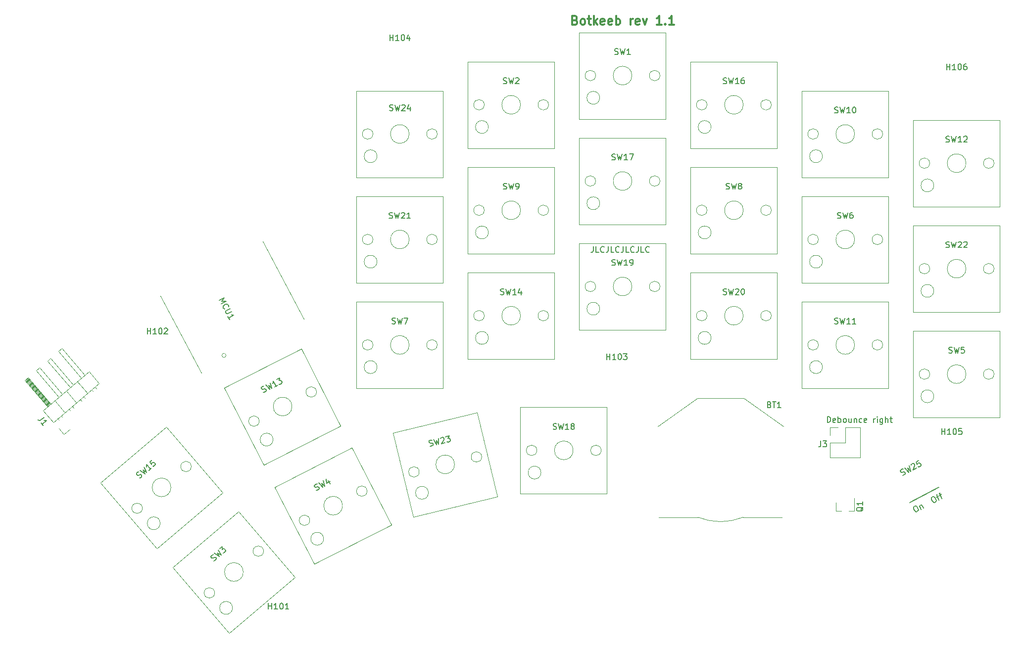
<source format=gbr>
G04 #@! TF.GenerationSoftware,KiCad,Pcbnew,(5.1.9)-1*
G04 #@! TF.CreationDate,2021-01-29T17:36:36+01:00*
G04 #@! TF.ProjectId,Mathias_ergo,4d617468-6961-4735-9f65-72676f2e6b69,1.0*
G04 #@! TF.SameCoordinates,Original*
G04 #@! TF.FileFunction,Legend,Top*
G04 #@! TF.FilePolarity,Positive*
%FSLAX46Y46*%
G04 Gerber Fmt 4.6, Leading zero omitted, Abs format (unit mm)*
G04 Created by KiCad (PCBNEW (5.1.9)-1) date 2021-01-29 17:36:36*
%MOMM*%
%LPD*%
G01*
G04 APERTURE LIST*
%ADD10C,0.170000*%
%ADD11C,0.300000*%
%ADD12C,0.150000*%
%ADD13C,0.120000*%
%ADD14C,0.100000*%
G04 APERTURE END LIST*
D10*
X154054752Y-98436180D02*
X154054752Y-99150466D01*
X154007133Y-99293323D01*
X153911895Y-99388561D01*
X153769038Y-99436180D01*
X153673800Y-99436180D01*
X155007133Y-99436180D02*
X154530942Y-99436180D01*
X154530942Y-98436180D01*
X155911895Y-99340942D02*
X155864276Y-99388561D01*
X155721419Y-99436180D01*
X155626180Y-99436180D01*
X155483323Y-99388561D01*
X155388085Y-99293323D01*
X155340466Y-99198085D01*
X155292847Y-99007609D01*
X155292847Y-98864752D01*
X155340466Y-98674276D01*
X155388085Y-98579038D01*
X155483323Y-98483800D01*
X155626180Y-98436180D01*
X155721419Y-98436180D01*
X155864276Y-98483800D01*
X155911895Y-98531419D01*
X156626180Y-98436180D02*
X156626180Y-99150466D01*
X156578561Y-99293323D01*
X156483323Y-99388561D01*
X156340466Y-99436180D01*
X156245228Y-99436180D01*
X157578561Y-99436180D02*
X157102371Y-99436180D01*
X157102371Y-98436180D01*
X158483323Y-99340942D02*
X158435704Y-99388561D01*
X158292847Y-99436180D01*
X158197609Y-99436180D01*
X158054752Y-99388561D01*
X157959514Y-99293323D01*
X157911895Y-99198085D01*
X157864276Y-99007609D01*
X157864276Y-98864752D01*
X157911895Y-98674276D01*
X157959514Y-98579038D01*
X158054752Y-98483800D01*
X158197609Y-98436180D01*
X158292847Y-98436180D01*
X158435704Y-98483800D01*
X158483323Y-98531419D01*
X159197609Y-98436180D02*
X159197609Y-99150466D01*
X159149990Y-99293323D01*
X159054752Y-99388561D01*
X158911895Y-99436180D01*
X158816657Y-99436180D01*
X160149990Y-99436180D02*
X159673800Y-99436180D01*
X159673800Y-98436180D01*
X161054752Y-99340942D02*
X161007133Y-99388561D01*
X160864276Y-99436180D01*
X160769038Y-99436180D01*
X160626180Y-99388561D01*
X160530942Y-99293323D01*
X160483323Y-99198085D01*
X160435704Y-99007609D01*
X160435704Y-98864752D01*
X160483323Y-98674276D01*
X160530942Y-98579038D01*
X160626180Y-98483800D01*
X160769038Y-98436180D01*
X160864276Y-98436180D01*
X161007133Y-98483800D01*
X161054752Y-98531419D01*
X161769038Y-98436180D02*
X161769038Y-99150466D01*
X161721419Y-99293323D01*
X161626180Y-99388561D01*
X161483323Y-99436180D01*
X161388085Y-99436180D01*
X162721419Y-99436180D02*
X162245228Y-99436180D01*
X162245228Y-98436180D01*
X163626180Y-99340942D02*
X163578561Y-99388561D01*
X163435704Y-99436180D01*
X163340466Y-99436180D01*
X163197609Y-99388561D01*
X163102371Y-99293323D01*
X163054752Y-99198085D01*
X163007133Y-99007609D01*
X163007133Y-98864752D01*
X163054752Y-98674276D01*
X163102371Y-98579038D01*
X163197609Y-98483800D01*
X163340466Y-98436180D01*
X163435704Y-98436180D01*
X163578561Y-98483800D01*
X163626180Y-98531419D01*
X211980876Y-141358262D02*
X212149057Y-141268838D01*
X212255503Y-141266172D01*
X212384305Y-141305551D01*
X212515773Y-141451375D01*
X212672263Y-141745691D01*
X212719641Y-141936228D01*
X212680263Y-142065029D01*
X212618528Y-142151786D01*
X212450348Y-142241209D01*
X212343902Y-142243876D01*
X212215100Y-142204497D01*
X212083632Y-142058672D01*
X211927141Y-141764356D01*
X211879763Y-141573820D01*
X211919142Y-141445018D01*
X211980876Y-141358262D01*
X212768044Y-141317241D02*
X213104405Y-141138394D01*
X213207160Y-141838805D02*
X212804756Y-141081993D01*
X212802089Y-140975547D01*
X212863824Y-140888790D01*
X212947914Y-140844078D01*
X213272585Y-141048971D02*
X213608946Y-140870125D01*
X213711701Y-141570536D02*
X213309297Y-140813723D01*
X213306631Y-140707277D01*
X213368365Y-140620521D01*
X213452456Y-140575809D01*
X208936389Y-142953372D02*
X209104570Y-142863949D01*
X209211016Y-142861283D01*
X209339817Y-142900661D01*
X209471286Y-143046486D01*
X209627776Y-143340802D01*
X209675154Y-143531338D01*
X209635776Y-143660140D01*
X209574041Y-143746897D01*
X209405861Y-143836320D01*
X209299415Y-143838986D01*
X209170613Y-143799608D01*
X209039144Y-143653783D01*
X208882654Y-143359467D01*
X208835276Y-143168931D01*
X208874655Y-143040129D01*
X208936389Y-142953372D01*
X209849692Y-142845284D02*
X210162673Y-143433916D01*
X209894403Y-142929374D02*
X209914093Y-142864973D01*
X209975827Y-142778216D01*
X210101962Y-142711149D01*
X210208409Y-142708483D01*
X210295165Y-142770217D01*
X210541079Y-143232713D01*
D11*
X150952428Y-59709857D02*
X151166714Y-59781285D01*
X151238142Y-59852714D01*
X151309571Y-59995571D01*
X151309571Y-60209857D01*
X151238142Y-60352714D01*
X151166714Y-60424142D01*
X151023857Y-60495571D01*
X150452428Y-60495571D01*
X150452428Y-58995571D01*
X150952428Y-58995571D01*
X151095285Y-59067000D01*
X151166714Y-59138428D01*
X151238142Y-59281285D01*
X151238142Y-59424142D01*
X151166714Y-59567000D01*
X151095285Y-59638428D01*
X150952428Y-59709857D01*
X150452428Y-59709857D01*
X152166714Y-60495571D02*
X152023857Y-60424142D01*
X151952428Y-60352714D01*
X151881000Y-60209857D01*
X151881000Y-59781285D01*
X151952428Y-59638428D01*
X152023857Y-59567000D01*
X152166714Y-59495571D01*
X152381000Y-59495571D01*
X152523857Y-59567000D01*
X152595285Y-59638428D01*
X152666714Y-59781285D01*
X152666714Y-60209857D01*
X152595285Y-60352714D01*
X152523857Y-60424142D01*
X152381000Y-60495571D01*
X152166714Y-60495571D01*
X153095285Y-59495571D02*
X153666714Y-59495571D01*
X153309571Y-58995571D02*
X153309571Y-60281285D01*
X153381000Y-60424142D01*
X153523857Y-60495571D01*
X153666714Y-60495571D01*
X154166714Y-60495571D02*
X154166714Y-58995571D01*
X154309571Y-59924142D02*
X154738142Y-60495571D01*
X154738142Y-59495571D02*
X154166714Y-60067000D01*
X155952428Y-60424142D02*
X155809571Y-60495571D01*
X155523857Y-60495571D01*
X155381000Y-60424142D01*
X155309571Y-60281285D01*
X155309571Y-59709857D01*
X155381000Y-59567000D01*
X155523857Y-59495571D01*
X155809571Y-59495571D01*
X155952428Y-59567000D01*
X156023857Y-59709857D01*
X156023857Y-59852714D01*
X155309571Y-59995571D01*
X157238142Y-60424142D02*
X157095285Y-60495571D01*
X156809571Y-60495571D01*
X156666714Y-60424142D01*
X156595285Y-60281285D01*
X156595285Y-59709857D01*
X156666714Y-59567000D01*
X156809571Y-59495571D01*
X157095285Y-59495571D01*
X157238142Y-59567000D01*
X157309571Y-59709857D01*
X157309571Y-59852714D01*
X156595285Y-59995571D01*
X157952428Y-60495571D02*
X157952428Y-58995571D01*
X157952428Y-59567000D02*
X158095285Y-59495571D01*
X158381000Y-59495571D01*
X158523857Y-59567000D01*
X158595285Y-59638428D01*
X158666714Y-59781285D01*
X158666714Y-60209857D01*
X158595285Y-60352714D01*
X158523857Y-60424142D01*
X158381000Y-60495571D01*
X158095285Y-60495571D01*
X157952428Y-60424142D01*
X160452428Y-60495571D02*
X160452428Y-59495571D01*
X160452428Y-59781285D02*
X160523857Y-59638428D01*
X160595285Y-59567000D01*
X160738142Y-59495571D01*
X160881000Y-59495571D01*
X161952428Y-60424142D02*
X161809571Y-60495571D01*
X161523857Y-60495571D01*
X161381000Y-60424142D01*
X161309571Y-60281285D01*
X161309571Y-59709857D01*
X161381000Y-59567000D01*
X161523857Y-59495571D01*
X161809571Y-59495571D01*
X161952428Y-59567000D01*
X162023857Y-59709857D01*
X162023857Y-59852714D01*
X161309571Y-59995571D01*
X162523857Y-59495571D02*
X162881000Y-60495571D01*
X163238142Y-59495571D01*
X165738142Y-60495571D02*
X164881000Y-60495571D01*
X165309571Y-60495571D02*
X165309571Y-58995571D01*
X165166714Y-59209857D01*
X165023857Y-59352714D01*
X164881000Y-59424142D01*
X166381000Y-60352714D02*
X166452428Y-60424142D01*
X166381000Y-60495571D01*
X166309571Y-60424142D01*
X166381000Y-60352714D01*
X166381000Y-60495571D01*
X167881000Y-60495571D02*
X167023857Y-60495571D01*
X167452428Y-60495571D02*
X167452428Y-58995571D01*
X167309571Y-59209857D01*
X167166714Y-59352714D01*
X167023857Y-59424142D01*
D10*
X194091609Y-128544580D02*
X194091609Y-127544580D01*
X194329704Y-127544580D01*
X194472561Y-127592200D01*
X194567800Y-127687438D01*
X194615419Y-127782676D01*
X194663038Y-127973152D01*
X194663038Y-128116009D01*
X194615419Y-128306485D01*
X194567800Y-128401723D01*
X194472561Y-128496961D01*
X194329704Y-128544580D01*
X194091609Y-128544580D01*
X195472561Y-128496961D02*
X195377323Y-128544580D01*
X195186847Y-128544580D01*
X195091609Y-128496961D01*
X195043990Y-128401723D01*
X195043990Y-128020771D01*
X195091609Y-127925533D01*
X195186847Y-127877914D01*
X195377323Y-127877914D01*
X195472561Y-127925533D01*
X195520180Y-128020771D01*
X195520180Y-128116009D01*
X195043990Y-128211247D01*
X195948752Y-128544580D02*
X195948752Y-127544580D01*
X195948752Y-127925533D02*
X196043990Y-127877914D01*
X196234466Y-127877914D01*
X196329704Y-127925533D01*
X196377323Y-127973152D01*
X196424942Y-128068390D01*
X196424942Y-128354104D01*
X196377323Y-128449342D01*
X196329704Y-128496961D01*
X196234466Y-128544580D01*
X196043990Y-128544580D01*
X195948752Y-128496961D01*
X196996371Y-128544580D02*
X196901133Y-128496961D01*
X196853514Y-128449342D01*
X196805895Y-128354104D01*
X196805895Y-128068390D01*
X196853514Y-127973152D01*
X196901133Y-127925533D01*
X196996371Y-127877914D01*
X197139228Y-127877914D01*
X197234466Y-127925533D01*
X197282085Y-127973152D01*
X197329704Y-128068390D01*
X197329704Y-128354104D01*
X197282085Y-128449342D01*
X197234466Y-128496961D01*
X197139228Y-128544580D01*
X196996371Y-128544580D01*
X198186847Y-127877914D02*
X198186847Y-128544580D01*
X197758276Y-127877914D02*
X197758276Y-128401723D01*
X197805895Y-128496961D01*
X197901133Y-128544580D01*
X198043990Y-128544580D01*
X198139228Y-128496961D01*
X198186847Y-128449342D01*
X198663038Y-127877914D02*
X198663038Y-128544580D01*
X198663038Y-127973152D02*
X198710657Y-127925533D01*
X198805895Y-127877914D01*
X198948752Y-127877914D01*
X199043990Y-127925533D01*
X199091609Y-128020771D01*
X199091609Y-128544580D01*
X199996371Y-128496961D02*
X199901133Y-128544580D01*
X199710657Y-128544580D01*
X199615419Y-128496961D01*
X199567800Y-128449342D01*
X199520180Y-128354104D01*
X199520180Y-128068390D01*
X199567800Y-127973152D01*
X199615419Y-127925533D01*
X199710657Y-127877914D01*
X199901133Y-127877914D01*
X199996371Y-127925533D01*
X200805895Y-128496961D02*
X200710657Y-128544580D01*
X200520180Y-128544580D01*
X200424942Y-128496961D01*
X200377323Y-128401723D01*
X200377323Y-128020771D01*
X200424942Y-127925533D01*
X200520180Y-127877914D01*
X200710657Y-127877914D01*
X200805895Y-127925533D01*
X200853514Y-128020771D01*
X200853514Y-128116009D01*
X200377323Y-128211247D01*
X202043990Y-128544580D02*
X202043990Y-127877914D01*
X202043990Y-128068390D02*
X202091609Y-127973152D01*
X202139228Y-127925533D01*
X202234466Y-127877914D01*
X202329704Y-127877914D01*
X202663038Y-128544580D02*
X202663038Y-127877914D01*
X202663038Y-127544580D02*
X202615419Y-127592200D01*
X202663038Y-127639819D01*
X202710657Y-127592200D01*
X202663038Y-127544580D01*
X202663038Y-127639819D01*
X203567800Y-127877914D02*
X203567800Y-128687438D01*
X203520180Y-128782676D01*
X203472561Y-128830295D01*
X203377323Y-128877914D01*
X203234466Y-128877914D01*
X203139228Y-128830295D01*
X203567800Y-128496961D02*
X203472561Y-128544580D01*
X203282085Y-128544580D01*
X203186847Y-128496961D01*
X203139228Y-128449342D01*
X203091609Y-128354104D01*
X203091609Y-128068390D01*
X203139228Y-127973152D01*
X203186847Y-127925533D01*
X203282085Y-127877914D01*
X203472561Y-127877914D01*
X203567800Y-127925533D01*
X204043990Y-128544580D02*
X204043990Y-127544580D01*
X204472561Y-128544580D02*
X204472561Y-128020771D01*
X204424942Y-127925533D01*
X204329704Y-127877914D01*
X204186847Y-127877914D01*
X204091609Y-127925533D01*
X204043990Y-127973152D01*
X204805895Y-127877914D02*
X205186847Y-127877914D01*
X204948752Y-127544580D02*
X204948752Y-128401723D01*
X204996371Y-128496961D01*
X205091609Y-128544580D01*
X205186847Y-128544580D01*
D12*
X213165966Y-139622211D02*
X208221460Y-142251252D01*
D13*
X179677106Y-144785622D02*
G75*
G02*
X171980721Y-144784158I-3846385J9501464D01*
G01*
X165280721Y-144784158D02*
X171980721Y-144784158D01*
X186380721Y-144784158D02*
X179680721Y-144784158D01*
X171880721Y-124434158D02*
X165080721Y-129234158D01*
X179780721Y-124434158D02*
X171880721Y-124434158D01*
X186630721Y-129234158D02*
X179780721Y-124434158D01*
D14*
X113529221Y-71818158D02*
X128329221Y-71818158D01*
X128329221Y-71818158D02*
X128329221Y-86618158D01*
X128329221Y-86618158D02*
X113529221Y-86618158D01*
X113529221Y-86618158D02*
X113529221Y-71818158D01*
D13*
X122563221Y-79184158D02*
G75*
G03*
X122563221Y-79184158I-1600000J0D01*
G01*
X127363221Y-79184158D02*
G75*
G03*
X127363221Y-79184158I-900000J0D01*
G01*
X116363221Y-79184158D02*
G75*
G03*
X116363221Y-79184158I-900000J0D01*
G01*
X117063221Y-82984158D02*
G75*
G03*
X117063221Y-82984158I-1100000J0D01*
G01*
D14*
X99593610Y-139617502D02*
X112780507Y-132898443D01*
X112780507Y-132898443D02*
X119499566Y-146085339D01*
X119499566Y-146085339D02*
X106312670Y-152804399D01*
X106312670Y-152804399D02*
X99593610Y-139617502D01*
D13*
X111161447Y-142805691D02*
G75*
G03*
X111161447Y-142805691I-1600000J0D01*
G01*
X115361983Y-140308743D02*
G75*
G03*
X115361983Y-140308743I-900000J0D01*
G01*
X105560911Y-145302639D02*
G75*
G03*
X105560911Y-145302639I-900000J0D01*
G01*
X107931578Y-148461468D02*
G75*
G03*
X107931578Y-148461468I-1100000J0D01*
G01*
D14*
X151629221Y-79868158D02*
X166429221Y-79868158D01*
X166429221Y-79868158D02*
X166429221Y-94668158D01*
X166429221Y-94668158D02*
X151629221Y-94668158D01*
X151629221Y-94668158D02*
X151629221Y-79868158D01*
D13*
X160663221Y-87234158D02*
G75*
G03*
X160663221Y-87234158I-1600000J0D01*
G01*
X165463221Y-87234158D02*
G75*
G03*
X165463221Y-87234158I-900000J0D01*
G01*
X154463221Y-87234158D02*
G75*
G03*
X154463221Y-87234158I-900000J0D01*
G01*
X155163221Y-91034158D02*
G75*
G03*
X155163221Y-91034158I-1100000J0D01*
G01*
D14*
X69767508Y-138895992D02*
X81021516Y-129284161D01*
X81021516Y-129284161D02*
X90633347Y-140538170D01*
X90633347Y-140538170D02*
X79379339Y-150150001D01*
X79379339Y-150150001D02*
X69767508Y-138895992D01*
D13*
X81804200Y-139669146D02*
G75*
G03*
X81804200Y-139669146I-1600000J0D01*
G01*
X85286433Y-136097182D02*
G75*
G03*
X85286433Y-136097182I-900000J0D01*
G01*
X76921967Y-143241110D02*
G75*
G03*
X76921967Y-143241110I-900000J0D01*
G01*
X79970073Y-145805929D02*
G75*
G03*
X79970073Y-145805929I-1100000J0D01*
G01*
D14*
X141579221Y-125968158D02*
X156379221Y-125968158D01*
X156379221Y-125968158D02*
X156379221Y-140768158D01*
X156379221Y-140768158D02*
X141579221Y-140768158D01*
X141579221Y-140768158D02*
X141579221Y-125968158D01*
D13*
X150613221Y-133334158D02*
G75*
G03*
X150613221Y-133334158I-1600000J0D01*
G01*
X155413221Y-133334158D02*
G75*
G03*
X155413221Y-133334158I-900000J0D01*
G01*
X144413221Y-133334158D02*
G75*
G03*
X144413221Y-133334158I-900000J0D01*
G01*
X145113221Y-137134158D02*
G75*
G03*
X145113221Y-137134158I-1100000J0D01*
G01*
D14*
X90945091Y-122643828D02*
X104131988Y-115924769D01*
X104131988Y-115924769D02*
X110851047Y-129111665D01*
X110851047Y-129111665D02*
X97664151Y-135830725D01*
X97664151Y-135830725D02*
X90945091Y-122643828D01*
D13*
X102512928Y-125832017D02*
G75*
G03*
X102512928Y-125832017I-1600000J0D01*
G01*
X106713464Y-123335069D02*
G75*
G03*
X106713464Y-123335069I-900000J0D01*
G01*
X96912392Y-128328965D02*
G75*
G03*
X96912392Y-128328965I-900000J0D01*
G01*
X99283059Y-131487794D02*
G75*
G03*
X99283059Y-131487794I-1100000J0D01*
G01*
D14*
X189729221Y-71818158D02*
X204529221Y-71818158D01*
X204529221Y-71818158D02*
X204529221Y-86618158D01*
X204529221Y-86618158D02*
X189729221Y-86618158D01*
X189729221Y-86618158D02*
X189729221Y-71818158D01*
D13*
X198763221Y-79184158D02*
G75*
G03*
X198763221Y-79184158I-1600000J0D01*
G01*
X203563221Y-79184158D02*
G75*
G03*
X203563221Y-79184158I-900000J0D01*
G01*
X192563221Y-79184158D02*
G75*
G03*
X192563221Y-79184158I-900000J0D01*
G01*
X193263221Y-82984158D02*
G75*
G03*
X193263221Y-82984158I-1100000J0D01*
G01*
D14*
X189729221Y-107918158D02*
X204529221Y-107918158D01*
X204529221Y-107918158D02*
X204529221Y-122718158D01*
X204529221Y-122718158D02*
X189729221Y-122718158D01*
X189729221Y-122718158D02*
X189729221Y-107918158D01*
D13*
X198763221Y-115284158D02*
G75*
G03*
X198763221Y-115284158I-1600000J0D01*
G01*
X203563221Y-115284158D02*
G75*
G03*
X203563221Y-115284158I-900000J0D01*
G01*
X192563221Y-115284158D02*
G75*
G03*
X192563221Y-115284158I-900000J0D01*
G01*
X193263221Y-119084158D02*
G75*
G03*
X193263221Y-119084158I-1100000J0D01*
G01*
D14*
X132579221Y-102918158D02*
X147379221Y-102918158D01*
X147379221Y-102918158D02*
X147379221Y-117718158D01*
X147379221Y-117718158D02*
X132579221Y-117718158D01*
X132579221Y-117718158D02*
X132579221Y-102918158D01*
D13*
X141613221Y-110284158D02*
G75*
G03*
X141613221Y-110284158I-1600000J0D01*
G01*
X146413221Y-110284158D02*
G75*
G03*
X146413221Y-110284158I-900000J0D01*
G01*
X135413221Y-110284158D02*
G75*
G03*
X135413221Y-110284158I-900000J0D01*
G01*
X136113221Y-114084158D02*
G75*
G03*
X136113221Y-114084158I-1100000J0D01*
G01*
D14*
X113529221Y-107918158D02*
X128329221Y-107918158D01*
X128329221Y-107918158D02*
X128329221Y-122718158D01*
X128329221Y-122718158D02*
X113529221Y-122718158D01*
X113529221Y-122718158D02*
X113529221Y-107918158D01*
D13*
X122563221Y-115284158D02*
G75*
G03*
X122563221Y-115284158I-1600000J0D01*
G01*
X127363221Y-115284158D02*
G75*
G03*
X127363221Y-115284158I-900000J0D01*
G01*
X116363221Y-115284158D02*
G75*
G03*
X116363221Y-115284158I-900000J0D01*
G01*
X117063221Y-119084158D02*
G75*
G03*
X117063221Y-119084158I-1100000J0D01*
G01*
D14*
X151629221Y-61818158D02*
X166429221Y-61818158D01*
X166429221Y-61818158D02*
X166429221Y-76618158D01*
X166429221Y-76618158D02*
X151629221Y-76618158D01*
X151629221Y-76618158D02*
X151629221Y-61818158D01*
D13*
X160663221Y-69184158D02*
G75*
G03*
X160663221Y-69184158I-1600000J0D01*
G01*
X165463221Y-69184158D02*
G75*
G03*
X165463221Y-69184158I-900000J0D01*
G01*
X154463221Y-69184158D02*
G75*
G03*
X154463221Y-69184158I-900000J0D01*
G01*
X155163221Y-72984158D02*
G75*
G03*
X155163221Y-72984158I-1100000J0D01*
G01*
D14*
X170679221Y-102918158D02*
X185479221Y-102918158D01*
X185479221Y-102918158D02*
X185479221Y-117718158D01*
X185479221Y-117718158D02*
X170679221Y-117718158D01*
X170679221Y-117718158D02*
X170679221Y-102918158D01*
D13*
X179713221Y-110284158D02*
G75*
G03*
X179713221Y-110284158I-1600000J0D01*
G01*
X184513221Y-110284158D02*
G75*
G03*
X184513221Y-110284158I-900000J0D01*
G01*
X173513221Y-110284158D02*
G75*
G03*
X173513221Y-110284158I-900000J0D01*
G01*
X174213221Y-114084158D02*
G75*
G03*
X174213221Y-114084158I-1100000J0D01*
G01*
D14*
X132579221Y-84868158D02*
X147379221Y-84868158D01*
X147379221Y-84868158D02*
X147379221Y-99668158D01*
X147379221Y-99668158D02*
X132579221Y-99668158D01*
X132579221Y-99668158D02*
X132579221Y-84868158D01*
D13*
X141613221Y-92234158D02*
G75*
G03*
X141613221Y-92234158I-1600000J0D01*
G01*
X146413221Y-92234158D02*
G75*
G03*
X146413221Y-92234158I-900000J0D01*
G01*
X135413221Y-92234158D02*
G75*
G03*
X135413221Y-92234158I-900000J0D01*
G01*
X136113221Y-96034158D02*
G75*
G03*
X136113221Y-96034158I-1100000J0D01*
G01*
D14*
X132579221Y-66818158D02*
X147379221Y-66818158D01*
X147379221Y-66818158D02*
X147379221Y-81618158D01*
X147379221Y-81618158D02*
X132579221Y-81618158D01*
X132579221Y-81618158D02*
X132579221Y-66818158D01*
D13*
X141613221Y-74184158D02*
G75*
G03*
X141613221Y-74184158I-1600000J0D01*
G01*
X146413221Y-74184158D02*
G75*
G03*
X146413221Y-74184158I-900000J0D01*
G01*
X135413221Y-74184158D02*
G75*
G03*
X135413221Y-74184158I-900000J0D01*
G01*
X136113221Y-77984158D02*
G75*
G03*
X136113221Y-77984158I-1100000J0D01*
G01*
D14*
X82139494Y-153381725D02*
X93393502Y-143769894D01*
X93393502Y-143769894D02*
X103005333Y-155023903D01*
X103005333Y-155023903D02*
X91751325Y-164635734D01*
X91751325Y-164635734D02*
X82139494Y-153381725D01*
D13*
X94176186Y-154154879D02*
G75*
G03*
X94176186Y-154154879I-1600000J0D01*
G01*
X97658419Y-150582915D02*
G75*
G03*
X97658419Y-150582915I-900000J0D01*
G01*
X89293953Y-157726843D02*
G75*
G03*
X89293953Y-157726843I-900000J0D01*
G01*
X92342059Y-160291662D02*
G75*
G03*
X92342059Y-160291662I-1100000J0D01*
G01*
D14*
X208779221Y-76818158D02*
X223579221Y-76818158D01*
X223579221Y-76818158D02*
X223579221Y-91618158D01*
X223579221Y-91618158D02*
X208779221Y-91618158D01*
X208779221Y-91618158D02*
X208779221Y-76818158D01*
D13*
X217813221Y-84184158D02*
G75*
G03*
X217813221Y-84184158I-1600000J0D01*
G01*
X222613221Y-84184158D02*
G75*
G03*
X222613221Y-84184158I-900000J0D01*
G01*
X211613221Y-84184158D02*
G75*
G03*
X211613221Y-84184158I-900000J0D01*
G01*
X212313221Y-87984158D02*
G75*
G03*
X212313221Y-87984158I-1100000J0D01*
G01*
D14*
X189729221Y-89868158D02*
X204529221Y-89868158D01*
X204529221Y-89868158D02*
X204529221Y-104668158D01*
X204529221Y-104668158D02*
X189729221Y-104668158D01*
X189729221Y-104668158D02*
X189729221Y-89868158D01*
D13*
X198763221Y-97234158D02*
G75*
G03*
X198763221Y-97234158I-1600000J0D01*
G01*
X203563221Y-97234158D02*
G75*
G03*
X203563221Y-97234158I-900000J0D01*
G01*
X192563221Y-97234158D02*
G75*
G03*
X192563221Y-97234158I-900000J0D01*
G01*
X193263221Y-101034158D02*
G75*
G03*
X193263221Y-101034158I-1100000J0D01*
G01*
D14*
X170679221Y-84868158D02*
X185479221Y-84868158D01*
X185479221Y-84868158D02*
X185479221Y-99668158D01*
X185479221Y-99668158D02*
X170679221Y-99668158D01*
X170679221Y-99668158D02*
X170679221Y-84868158D01*
D13*
X179713221Y-92234158D02*
G75*
G03*
X179713221Y-92234158I-1600000J0D01*
G01*
X184513221Y-92234158D02*
G75*
G03*
X184513221Y-92234158I-900000J0D01*
G01*
X173513221Y-92234158D02*
G75*
G03*
X173513221Y-92234158I-900000J0D01*
G01*
X174213221Y-96034158D02*
G75*
G03*
X174213221Y-96034158I-1100000J0D01*
G01*
D14*
X170679221Y-66818158D02*
X185479221Y-66818158D01*
X185479221Y-66818158D02*
X185479221Y-81618158D01*
X185479221Y-81618158D02*
X170679221Y-81618158D01*
X170679221Y-81618158D02*
X170679221Y-66818158D01*
D13*
X179713221Y-74184158D02*
G75*
G03*
X179713221Y-74184158I-1600000J0D01*
G01*
X184513221Y-74184158D02*
G75*
G03*
X184513221Y-74184158I-900000J0D01*
G01*
X173513221Y-74184158D02*
G75*
G03*
X173513221Y-74184158I-900000J0D01*
G01*
X174213221Y-77984158D02*
G75*
G03*
X174213221Y-77984158I-1100000J0D01*
G01*
D14*
X151629221Y-97918158D02*
X166429221Y-97918158D01*
X166429221Y-97918158D02*
X166429221Y-112718158D01*
X166429221Y-112718158D02*
X151629221Y-112718158D01*
X151629221Y-112718158D02*
X151629221Y-97918158D01*
D13*
X160663221Y-105284158D02*
G75*
G03*
X160663221Y-105284158I-1600000J0D01*
G01*
X165463221Y-105284158D02*
G75*
G03*
X165463221Y-105284158I-900000J0D01*
G01*
X154463221Y-105284158D02*
G75*
G03*
X154463221Y-105284158I-900000J0D01*
G01*
X155163221Y-109084158D02*
G75*
G03*
X155163221Y-109084158I-1100000J0D01*
G01*
D14*
X113529221Y-89868158D02*
X128329221Y-89868158D01*
X128329221Y-89868158D02*
X128329221Y-104668158D01*
X128329221Y-104668158D02*
X113529221Y-104668158D01*
X113529221Y-104668158D02*
X113529221Y-89868158D01*
D13*
X122563221Y-97234158D02*
G75*
G03*
X122563221Y-97234158I-1600000J0D01*
G01*
X127363221Y-97234158D02*
G75*
G03*
X127363221Y-97234158I-900000J0D01*
G01*
X116363221Y-97234158D02*
G75*
G03*
X116363221Y-97234158I-900000J0D01*
G01*
X117063221Y-101034158D02*
G75*
G03*
X117063221Y-101034158I-1100000J0D01*
G01*
D14*
X208779221Y-94868158D02*
X223579221Y-94868158D01*
X223579221Y-94868158D02*
X223579221Y-109668158D01*
X223579221Y-109668158D02*
X208779221Y-109668158D01*
X208779221Y-109668158D02*
X208779221Y-94868158D01*
D13*
X217813221Y-102234158D02*
G75*
G03*
X217813221Y-102234158I-1600000J0D01*
G01*
X222613221Y-102234158D02*
G75*
G03*
X222613221Y-102234158I-900000J0D01*
G01*
X211613221Y-102234158D02*
G75*
G03*
X211613221Y-102234158I-900000J0D01*
G01*
X212313221Y-106034158D02*
G75*
G03*
X212313221Y-106034158I-1100000J0D01*
G01*
D14*
X119778662Y-130308168D02*
X134169737Y-126853177D01*
X134169737Y-126853177D02*
X137624729Y-141244251D01*
X137624729Y-141244251D02*
X123233654Y-144699243D01*
X123233654Y-144699243D02*
X119778662Y-130308168D01*
D13*
X130326819Y-135735212D02*
G75*
G03*
X130326819Y-135735212I-1600000J0D01*
G01*
X134974853Y-134451262D02*
G75*
G03*
X134974853Y-134451262I-899999J0D01*
G01*
X124278784Y-137019162D02*
G75*
G03*
X124278784Y-137019162I-900000J0D01*
G01*
X125852062Y-140597445D02*
G75*
G03*
X125852062Y-140597445I-1100000J0D01*
G01*
D14*
X208779221Y-112918158D02*
X223579221Y-112918158D01*
X223579221Y-112918158D02*
X223579221Y-127718158D01*
X223579221Y-127718158D02*
X208779221Y-127718158D01*
X208779221Y-127718158D02*
X208779221Y-112918158D01*
D13*
X217813221Y-120284158D02*
G75*
G03*
X217813221Y-120284158I-1600000J0D01*
G01*
X222613221Y-120284158D02*
G75*
G03*
X222613221Y-120284158I-900000J0D01*
G01*
X211613221Y-120284158D02*
G75*
G03*
X211613221Y-120284158I-900000J0D01*
G01*
X212313221Y-124084158D02*
G75*
G03*
X212313221Y-124084158I-1100000J0D01*
G01*
X104537222Y-110827047D02*
X97495149Y-97582833D01*
X87044265Y-120128217D02*
X80002191Y-106884004D01*
X91229424Y-117074243D02*
G75*
G03*
X91229424Y-117074243I-349999J0D01*
G01*
X194558221Y-134602914D02*
X199758221Y-134602914D01*
X194558221Y-132002914D02*
X194558221Y-134602914D01*
X199758221Y-129402914D02*
X199758221Y-134602914D01*
X194558221Y-132002914D02*
X197158221Y-132002914D01*
X197158221Y-132002914D02*
X197158221Y-129402914D01*
X197158221Y-129402914D02*
X199758221Y-129402914D01*
X194558221Y-130732914D02*
X194558221Y-129402914D01*
X194558221Y-129402914D02*
X195888221Y-129402914D01*
X195583221Y-143694221D02*
X196513221Y-143694221D01*
X198743221Y-143694221D02*
X197813221Y-143694221D01*
X198743221Y-143694221D02*
X198743221Y-141534221D01*
X195583221Y-143694221D02*
X195583221Y-142234221D01*
X61703437Y-128524157D02*
X69520410Y-121847831D01*
X69520410Y-121847831D02*
X67792878Y-119825152D01*
X67792878Y-119825152D02*
X59975905Y-126501477D01*
X59975905Y-126501477D02*
X61703437Y-128524157D01*
X60698291Y-125884502D02*
X56801602Y-121322066D01*
X56801602Y-121322066D02*
X57379511Y-120828485D01*
X57379511Y-120828485D02*
X61276199Y-125390921D01*
X60743915Y-125845535D02*
X56847227Y-121283099D01*
X60835164Y-125767601D02*
X56938476Y-121205165D01*
X60926413Y-125689667D02*
X57029724Y-121127232D01*
X61017661Y-125611734D02*
X57120973Y-121049298D01*
X61108910Y-125533800D02*
X57212222Y-120971364D01*
X61200159Y-125455866D02*
X57303470Y-120893430D01*
X62640140Y-128158116D02*
X62425823Y-127907182D01*
X63218049Y-127664535D02*
X63003731Y-127413601D01*
X63680492Y-126835592D02*
X61952961Y-124812913D01*
X62629722Y-124234904D02*
X58733034Y-119672468D01*
X58733034Y-119672468D02*
X59310942Y-119178887D01*
X59310942Y-119178887D02*
X63207630Y-123741323D01*
X64615131Y-126559519D02*
X64357254Y-126257584D01*
X65193039Y-126065938D02*
X64935162Y-125764003D01*
X65611924Y-125185994D02*
X63884392Y-123163314D01*
X64561153Y-122585306D02*
X60664465Y-118022870D01*
X60664465Y-118022870D02*
X61242373Y-117529289D01*
X61242373Y-117529289D02*
X65139062Y-122091725D01*
X66546562Y-124909921D02*
X66288685Y-124607986D01*
X67124470Y-124416340D02*
X66866593Y-124114405D01*
X67543355Y-123536396D02*
X65815823Y-121513716D01*
X66492584Y-120935708D02*
X62595896Y-116373272D01*
X62595896Y-116373272D02*
X63173804Y-115879691D01*
X63173804Y-115879691D02*
X67070493Y-120442127D01*
X68477993Y-123260323D02*
X68220116Y-122958388D01*
X69055902Y-122766742D02*
X68798025Y-122464807D01*
X64474781Y-129721092D02*
X63509065Y-130545891D01*
X63509065Y-130545891D02*
X62684266Y-129580175D01*
D12*
X214498935Y-68186538D02*
X214498935Y-67186538D01*
X214498935Y-67662729D02*
X215070363Y-67662729D01*
X215070363Y-68186538D02*
X215070363Y-67186538D01*
X216070363Y-68186538D02*
X215498935Y-68186538D01*
X215784649Y-68186538D02*
X215784649Y-67186538D01*
X215689411Y-67329396D01*
X215594173Y-67424634D01*
X215498935Y-67472253D01*
X216689411Y-67186538D02*
X216784649Y-67186538D01*
X216879887Y-67234158D01*
X216927506Y-67281777D01*
X216975125Y-67377015D01*
X217022744Y-67567491D01*
X217022744Y-67805586D01*
X216975125Y-67996062D01*
X216927506Y-68091300D01*
X216879887Y-68138919D01*
X216784649Y-68186538D01*
X216689411Y-68186538D01*
X216594173Y-68138919D01*
X216546554Y-68091300D01*
X216498935Y-67996062D01*
X216451316Y-67805586D01*
X216451316Y-67567491D01*
X216498935Y-67377015D01*
X216546554Y-67281777D01*
X216594173Y-67234158D01*
X216689411Y-67186538D01*
X217879887Y-67186538D02*
X217689411Y-67186538D01*
X217594173Y-67234158D01*
X217546554Y-67281777D01*
X217451316Y-67424634D01*
X217403697Y-67615110D01*
X217403697Y-67996062D01*
X217451316Y-68091300D01*
X217498935Y-68138919D01*
X217594173Y-68186538D01*
X217784649Y-68186538D01*
X217879887Y-68138919D01*
X217927506Y-68091300D01*
X217975125Y-67996062D01*
X217975125Y-67757967D01*
X217927506Y-67662729D01*
X217879887Y-67615110D01*
X217784649Y-67567491D01*
X217594173Y-67567491D01*
X217498935Y-67615110D01*
X217451316Y-67662729D01*
X217403697Y-67757967D01*
X213655155Y-130604779D02*
X213655155Y-129604779D01*
X213655155Y-130080970D02*
X214226583Y-130080970D01*
X214226583Y-130604779D02*
X214226583Y-129604779D01*
X215226583Y-130604779D02*
X214655155Y-130604779D01*
X214940869Y-130604779D02*
X214940869Y-129604779D01*
X214845631Y-129747637D01*
X214750393Y-129842875D01*
X214655155Y-129890494D01*
X215845631Y-129604779D02*
X215940869Y-129604779D01*
X216036107Y-129652399D01*
X216083726Y-129700018D01*
X216131345Y-129795256D01*
X216178964Y-129985732D01*
X216178964Y-130223827D01*
X216131345Y-130414303D01*
X216083726Y-130509541D01*
X216036107Y-130557160D01*
X215940869Y-130604779D01*
X215845631Y-130604779D01*
X215750393Y-130557160D01*
X215702774Y-130509541D01*
X215655155Y-130414303D01*
X215607536Y-130223827D01*
X215607536Y-129985732D01*
X215655155Y-129795256D01*
X215702774Y-129700018D01*
X215750393Y-129652399D01*
X215845631Y-129604779D01*
X217083726Y-129604779D02*
X216607536Y-129604779D01*
X216559917Y-130080970D01*
X216607536Y-130033351D01*
X216702774Y-129985732D01*
X216940869Y-129985732D01*
X217036107Y-130033351D01*
X217083726Y-130080970D01*
X217131345Y-130176208D01*
X217131345Y-130414303D01*
X217083726Y-130509541D01*
X217036107Y-130557160D01*
X216940869Y-130604779D01*
X216702774Y-130604779D01*
X216607536Y-130557160D01*
X216559917Y-130509541D01*
X119248935Y-63186539D02*
X119248935Y-62186539D01*
X119248935Y-62662730D02*
X119820363Y-62662730D01*
X119820363Y-63186539D02*
X119820363Y-62186539D01*
X120820363Y-63186539D02*
X120248935Y-63186539D01*
X120534649Y-63186539D02*
X120534649Y-62186539D01*
X120439411Y-62329397D01*
X120344173Y-62424635D01*
X120248935Y-62472254D01*
X121439411Y-62186539D02*
X121534649Y-62186539D01*
X121629887Y-62234159D01*
X121677506Y-62281778D01*
X121725125Y-62377016D01*
X121772744Y-62567492D01*
X121772744Y-62805587D01*
X121725125Y-62996063D01*
X121677506Y-63091301D01*
X121629887Y-63138920D01*
X121534649Y-63186539D01*
X121439411Y-63186539D01*
X121344173Y-63138920D01*
X121296554Y-63091301D01*
X121248935Y-62996063D01*
X121201316Y-62805587D01*
X121201316Y-62567492D01*
X121248935Y-62377016D01*
X121296554Y-62281778D01*
X121344173Y-62234159D01*
X121439411Y-62186539D01*
X122629887Y-62519873D02*
X122629887Y-63186539D01*
X122391792Y-62138920D02*
X122153697Y-62853206D01*
X122772744Y-62853206D01*
X156348935Y-117786538D02*
X156348935Y-116786538D01*
X156348935Y-117262729D02*
X156920363Y-117262729D01*
X156920363Y-117786538D02*
X156920363Y-116786538D01*
X157920363Y-117786538D02*
X157348935Y-117786538D01*
X157634649Y-117786538D02*
X157634649Y-116786538D01*
X157539411Y-116929396D01*
X157444173Y-117024634D01*
X157348935Y-117072253D01*
X158539411Y-116786538D02*
X158634649Y-116786538D01*
X158729887Y-116834158D01*
X158777506Y-116881777D01*
X158825125Y-116977015D01*
X158872744Y-117167491D01*
X158872744Y-117405586D01*
X158825125Y-117596062D01*
X158777506Y-117691300D01*
X158729887Y-117738919D01*
X158634649Y-117786538D01*
X158539411Y-117786538D01*
X158444173Y-117738919D01*
X158396554Y-117691300D01*
X158348935Y-117596062D01*
X158301316Y-117405586D01*
X158301316Y-117167491D01*
X158348935Y-116977015D01*
X158396554Y-116881777D01*
X158444173Y-116834158D01*
X158539411Y-116786538D01*
X159206078Y-116786538D02*
X159825125Y-116786538D01*
X159491792Y-117167491D01*
X159634649Y-117167491D01*
X159729887Y-117215110D01*
X159777506Y-117262729D01*
X159825125Y-117357967D01*
X159825125Y-117596062D01*
X159777506Y-117691300D01*
X159729887Y-117738919D01*
X159634649Y-117786538D01*
X159348935Y-117786538D01*
X159253697Y-117738919D01*
X159206078Y-117691300D01*
X77762648Y-113418130D02*
X77762648Y-112418130D01*
X77762648Y-112894321D02*
X78334076Y-112894321D01*
X78334076Y-113418130D02*
X78334076Y-112418130D01*
X79334076Y-113418130D02*
X78762648Y-113418130D01*
X79048362Y-113418130D02*
X79048362Y-112418130D01*
X78953124Y-112560988D01*
X78857886Y-112656226D01*
X78762648Y-112703845D01*
X79953124Y-112418130D02*
X80048362Y-112418130D01*
X80143600Y-112465750D01*
X80191219Y-112513369D01*
X80238838Y-112608607D01*
X80286457Y-112799083D01*
X80286457Y-113037178D01*
X80238838Y-113227654D01*
X80191219Y-113322892D01*
X80143600Y-113370511D01*
X80048362Y-113418130D01*
X79953124Y-113418130D01*
X79857886Y-113370511D01*
X79810267Y-113322892D01*
X79762648Y-113227654D01*
X79715029Y-113037178D01*
X79715029Y-112799083D01*
X79762648Y-112608607D01*
X79810267Y-112513369D01*
X79857886Y-112465750D01*
X79953124Y-112418130D01*
X80667410Y-112513369D02*
X80715029Y-112465750D01*
X80810267Y-112418130D01*
X81048362Y-112418130D01*
X81143600Y-112465750D01*
X81191219Y-112513369D01*
X81238838Y-112608607D01*
X81238838Y-112703845D01*
X81191219Y-112846702D01*
X80619791Y-113418130D01*
X81238838Y-113418130D01*
X98481171Y-160499129D02*
X98481171Y-159499129D01*
X98481171Y-159975320D02*
X99052599Y-159975320D01*
X99052599Y-160499129D02*
X99052599Y-159499129D01*
X100052599Y-160499129D02*
X99481171Y-160499129D01*
X99766885Y-160499129D02*
X99766885Y-159499129D01*
X99671647Y-159641987D01*
X99576409Y-159737225D01*
X99481171Y-159784844D01*
X100671647Y-159499129D02*
X100766885Y-159499129D01*
X100862123Y-159546749D01*
X100909742Y-159594368D01*
X100957361Y-159689606D01*
X101004980Y-159880082D01*
X101004980Y-160118177D01*
X100957361Y-160308653D01*
X100909742Y-160403891D01*
X100862123Y-160451510D01*
X100766885Y-160499129D01*
X100671647Y-160499129D01*
X100576409Y-160451510D01*
X100528790Y-160403891D01*
X100481171Y-160308653D01*
X100433552Y-160118177D01*
X100433552Y-159880082D01*
X100481171Y-159689606D01*
X100528790Y-159594368D01*
X100576409Y-159546749D01*
X100671647Y-159499129D01*
X101957361Y-160499129D02*
X101385933Y-160499129D01*
X101671647Y-160499129D02*
X101671647Y-159499129D01*
X101576409Y-159641987D01*
X101481171Y-159737225D01*
X101385933Y-159784844D01*
X206980012Y-137593655D02*
X207128503Y-137568633D01*
X207338729Y-137456854D01*
X207400463Y-137370097D01*
X207420153Y-137305696D01*
X207417486Y-137199250D01*
X207372775Y-137115160D01*
X207286018Y-137053425D01*
X207221617Y-137033736D01*
X207115171Y-137036403D01*
X206924635Y-137083781D01*
X206818189Y-137086447D01*
X206753788Y-137066758D01*
X206667031Y-137005023D01*
X206622319Y-136920933D01*
X206619653Y-136814487D01*
X206639342Y-136750086D01*
X206701077Y-136663329D01*
X206911302Y-136551550D01*
X207059794Y-136526528D01*
X207331754Y-136327993D02*
X208011451Y-137099161D01*
X207844294Y-136379061D01*
X208347812Y-136920315D01*
X208088566Y-135925588D01*
X208427593Y-135853188D02*
X208447283Y-135788787D01*
X208509017Y-135702030D01*
X208719243Y-135590252D01*
X208825689Y-135587585D01*
X208890090Y-135607274D01*
X208976846Y-135669009D01*
X209021558Y-135753099D01*
X209046580Y-135901590D01*
X208810308Y-136674401D01*
X209356895Y-136383776D01*
X209686280Y-135076068D02*
X209265829Y-135299626D01*
X209447342Y-135742433D01*
X209467031Y-135678032D01*
X209528766Y-135591276D01*
X209738991Y-135479497D01*
X209845437Y-135476830D01*
X209909838Y-135496520D01*
X209996595Y-135558254D01*
X210108374Y-135768480D01*
X210111040Y-135874926D01*
X210091351Y-135939327D01*
X210029617Y-136026083D01*
X209819391Y-136137862D01*
X209712945Y-136140529D01*
X209648544Y-136120839D01*
X184195006Y-125512729D02*
X184337863Y-125560348D01*
X184385482Y-125607967D01*
X184433101Y-125703205D01*
X184433101Y-125846062D01*
X184385482Y-125941300D01*
X184337863Y-125988919D01*
X184242625Y-126036538D01*
X183861673Y-126036538D01*
X183861673Y-125036538D01*
X184195006Y-125036538D01*
X184290244Y-125084158D01*
X184337863Y-125131777D01*
X184385482Y-125227015D01*
X184385482Y-125322253D01*
X184337863Y-125417491D01*
X184290244Y-125465110D01*
X184195006Y-125512729D01*
X183861673Y-125512729D01*
X184718816Y-125036538D02*
X185290244Y-125036538D01*
X185004530Y-126036538D02*
X185004530Y-125036538D01*
X186147387Y-126036538D02*
X185575959Y-126036538D01*
X185861673Y-126036538D02*
X185861673Y-125036538D01*
X185766435Y-125179396D01*
X185671197Y-125274634D01*
X185575959Y-125322253D01*
X119204497Y-75129720D02*
X119347354Y-75177339D01*
X119585449Y-75177339D01*
X119680687Y-75129720D01*
X119728306Y-75082101D01*
X119775925Y-74986863D01*
X119775925Y-74891625D01*
X119728306Y-74796387D01*
X119680687Y-74748768D01*
X119585449Y-74701149D01*
X119394973Y-74653530D01*
X119299735Y-74605911D01*
X119252116Y-74558292D01*
X119204497Y-74463054D01*
X119204497Y-74367816D01*
X119252116Y-74272578D01*
X119299735Y-74224959D01*
X119394973Y-74177339D01*
X119633068Y-74177339D01*
X119775925Y-74224959D01*
X120109259Y-74177339D02*
X120347354Y-75177339D01*
X120537830Y-74463054D01*
X120728306Y-75177339D01*
X120966401Y-74177339D01*
X121299735Y-74272578D02*
X121347354Y-74224959D01*
X121442592Y-74177339D01*
X121680687Y-74177339D01*
X121775925Y-74224959D01*
X121823544Y-74272578D01*
X121871163Y-74367816D01*
X121871163Y-74463054D01*
X121823544Y-74605911D01*
X121252116Y-75177339D01*
X121871163Y-75177339D01*
X122728306Y-74510673D02*
X122728306Y-75177339D01*
X122490211Y-74129720D02*
X122252116Y-74844006D01*
X122871163Y-74844006D01*
X106712180Y-140150606D02*
X106861085Y-140128179D01*
X107073230Y-140020086D01*
X107136469Y-139934420D01*
X107157279Y-139870372D01*
X107156471Y-139763896D01*
X107113233Y-139679038D01*
X107027567Y-139615799D01*
X106963520Y-139594989D01*
X106857044Y-139595797D01*
X106665709Y-139639842D01*
X106559233Y-139640651D01*
X106495186Y-139619840D01*
X106409520Y-139556601D01*
X106366282Y-139471744D01*
X106365474Y-139365267D01*
X106386284Y-139301220D01*
X106449523Y-139215554D01*
X106661668Y-139107461D01*
X106810573Y-139085034D01*
X107085957Y-138891275D02*
X107752092Y-139674188D01*
X107597528Y-138951281D01*
X108091523Y-139501239D01*
X107849677Y-138502140D01*
X108722298Y-138431626D02*
X109024958Y-139025630D01*
X108337205Y-138200288D02*
X108449339Y-138944814D01*
X109000915Y-138663772D01*
X157253697Y-83574919D02*
X157396554Y-83622538D01*
X157634649Y-83622538D01*
X157729887Y-83574919D01*
X157777506Y-83527300D01*
X157825125Y-83432062D01*
X157825125Y-83336824D01*
X157777506Y-83241586D01*
X157729887Y-83193967D01*
X157634649Y-83146348D01*
X157444173Y-83098729D01*
X157348935Y-83051110D01*
X157301316Y-83003491D01*
X157253697Y-82908253D01*
X157253697Y-82813015D01*
X157301316Y-82717777D01*
X157348935Y-82670158D01*
X157444173Y-82622538D01*
X157682268Y-82622538D01*
X157825125Y-82670158D01*
X158158459Y-82622538D02*
X158396554Y-83622538D01*
X158587030Y-82908253D01*
X158777506Y-83622538D01*
X159015601Y-82622538D01*
X159920363Y-83622538D02*
X159348935Y-83622538D01*
X159634649Y-83622538D02*
X159634649Y-82622538D01*
X159539411Y-82765396D01*
X159444173Y-82860634D01*
X159348935Y-82908253D01*
X160253697Y-82622538D02*
X160920363Y-82622538D01*
X160491792Y-83622538D01*
X76451742Y-138061831D02*
X76591297Y-138005262D01*
X76772346Y-137850632D01*
X76813840Y-137752570D01*
X76819123Y-137685434D01*
X76793481Y-137582088D01*
X76731629Y-137509668D01*
X76633567Y-137468175D01*
X76566431Y-137462891D01*
X76463085Y-137488534D01*
X76287320Y-137576028D01*
X76183974Y-137601670D01*
X76116838Y-137596387D01*
X76018776Y-137554893D01*
X75956924Y-137482474D01*
X75931282Y-137379128D01*
X75936565Y-137311992D01*
X75978059Y-137213930D01*
X76159108Y-137059300D01*
X76298663Y-137002731D01*
X76521206Y-136750039D02*
X77351703Y-137355814D01*
X77032651Y-136688963D01*
X77641382Y-137108405D01*
X77172983Y-136193369D01*
X78510417Y-136366179D02*
X78075899Y-136737292D01*
X78293158Y-136551736D02*
X77643710Y-135791330D01*
X77664069Y-135961811D01*
X77653501Y-136096083D01*
X77612008Y-136194145D01*
X78548955Y-135018177D02*
X78186857Y-135327438D01*
X78459908Y-135720462D01*
X78465192Y-135653326D01*
X78506686Y-135555264D01*
X78687735Y-135400634D01*
X78791080Y-135374991D01*
X78858216Y-135380275D01*
X78956278Y-135421769D01*
X79110909Y-135602818D01*
X79136551Y-135706163D01*
X79131267Y-135773299D01*
X79089774Y-135871361D01*
X78908725Y-136025992D01*
X78805379Y-136051634D01*
X78738243Y-136046351D01*
X147203697Y-129674919D02*
X147346554Y-129722538D01*
X147584649Y-129722538D01*
X147679887Y-129674919D01*
X147727506Y-129627300D01*
X147775125Y-129532062D01*
X147775125Y-129436824D01*
X147727506Y-129341586D01*
X147679887Y-129293967D01*
X147584649Y-129246348D01*
X147394173Y-129198729D01*
X147298935Y-129151110D01*
X147251316Y-129103491D01*
X147203697Y-129008253D01*
X147203697Y-128913015D01*
X147251316Y-128817777D01*
X147298935Y-128770158D01*
X147394173Y-128722538D01*
X147632268Y-128722538D01*
X147775125Y-128770158D01*
X148108459Y-128722538D02*
X148346554Y-129722538D01*
X148537030Y-129008253D01*
X148727506Y-129722538D01*
X148965601Y-128722538D01*
X149870363Y-129722538D02*
X149298935Y-129722538D01*
X149584649Y-129722538D02*
X149584649Y-128722538D01*
X149489411Y-128865396D01*
X149394173Y-128960634D01*
X149298935Y-129008253D01*
X150441792Y-129151110D02*
X150346554Y-129103491D01*
X150298935Y-129055872D01*
X150251316Y-128960634D01*
X150251316Y-128913015D01*
X150298935Y-128817777D01*
X150346554Y-128770158D01*
X150441792Y-128722538D01*
X150632268Y-128722538D01*
X150727506Y-128770158D01*
X150775125Y-128817777D01*
X150822744Y-128913015D01*
X150822744Y-128960634D01*
X150775125Y-129055872D01*
X150727506Y-129103491D01*
X150632268Y-129151110D01*
X150441792Y-129151110D01*
X150346554Y-129198729D01*
X150298935Y-129246348D01*
X150251316Y-129341586D01*
X150251316Y-129532062D01*
X150298935Y-129627300D01*
X150346554Y-129674919D01*
X150441792Y-129722538D01*
X150632268Y-129722538D01*
X150727506Y-129674919D01*
X150775125Y-129627300D01*
X150822744Y-129532062D01*
X150822744Y-129341586D01*
X150775125Y-129246348D01*
X150727506Y-129198729D01*
X150632268Y-129151110D01*
X97639372Y-123393118D02*
X97788277Y-123370691D01*
X98000422Y-123262598D01*
X98063661Y-123176932D01*
X98084471Y-123112884D01*
X98083663Y-123006408D01*
X98040426Y-122921550D01*
X97954760Y-122858311D01*
X97890712Y-122837501D01*
X97784236Y-122838309D01*
X97592902Y-122882354D01*
X97486425Y-122883163D01*
X97422378Y-122862352D01*
X97336712Y-122799113D01*
X97293475Y-122714256D01*
X97292666Y-122607779D01*
X97313476Y-122543732D01*
X97376716Y-122458066D01*
X97588860Y-122349973D01*
X97737765Y-122327546D01*
X98013149Y-122133787D02*
X98679284Y-122916700D01*
X98524720Y-122193793D01*
X99018715Y-122743751D01*
X98776869Y-121744652D01*
X100037008Y-122224905D02*
X99527861Y-122484328D01*
X99782435Y-122354617D02*
X99328444Y-121463610D01*
X99308442Y-121634134D01*
X99266822Y-121762229D01*
X99203583Y-121847895D01*
X99880020Y-121182568D02*
X100431595Y-120901527D01*
X100307542Y-121392288D01*
X100434828Y-121327432D01*
X100541305Y-121326624D01*
X100605352Y-121347434D01*
X100691018Y-121410673D01*
X100799111Y-121622818D01*
X100799920Y-121729294D01*
X100779109Y-121793342D01*
X100715870Y-121879008D01*
X100461297Y-122008719D01*
X100354820Y-122009528D01*
X100290773Y-121988717D01*
X195353697Y-75524919D02*
X195496554Y-75572538D01*
X195734649Y-75572538D01*
X195829887Y-75524919D01*
X195877506Y-75477300D01*
X195925125Y-75382062D01*
X195925125Y-75286824D01*
X195877506Y-75191586D01*
X195829887Y-75143967D01*
X195734649Y-75096348D01*
X195544173Y-75048729D01*
X195448935Y-75001110D01*
X195401316Y-74953491D01*
X195353697Y-74858253D01*
X195353697Y-74763015D01*
X195401316Y-74667777D01*
X195448935Y-74620158D01*
X195544173Y-74572538D01*
X195782268Y-74572538D01*
X195925125Y-74620158D01*
X196258459Y-74572538D02*
X196496554Y-75572538D01*
X196687030Y-74858253D01*
X196877506Y-75572538D01*
X197115601Y-74572538D01*
X198020363Y-75572538D02*
X197448935Y-75572538D01*
X197734649Y-75572538D02*
X197734649Y-74572538D01*
X197639411Y-74715396D01*
X197544173Y-74810634D01*
X197448935Y-74858253D01*
X198639411Y-74572538D02*
X198734649Y-74572538D01*
X198829887Y-74620158D01*
X198877506Y-74667777D01*
X198925125Y-74763015D01*
X198972744Y-74953491D01*
X198972744Y-75191586D01*
X198925125Y-75382062D01*
X198877506Y-75477300D01*
X198829887Y-75524919D01*
X198734649Y-75572538D01*
X198639411Y-75572538D01*
X198544173Y-75524919D01*
X198496554Y-75477300D01*
X198448935Y-75382062D01*
X198401316Y-75191586D01*
X198401316Y-74953491D01*
X198448935Y-74763015D01*
X198496554Y-74667777D01*
X198544173Y-74620158D01*
X198639411Y-74572538D01*
X195353697Y-111624919D02*
X195496554Y-111672538D01*
X195734649Y-111672538D01*
X195829887Y-111624919D01*
X195877506Y-111577300D01*
X195925125Y-111482062D01*
X195925125Y-111386824D01*
X195877506Y-111291586D01*
X195829887Y-111243967D01*
X195734649Y-111196348D01*
X195544173Y-111148729D01*
X195448935Y-111101110D01*
X195401316Y-111053491D01*
X195353697Y-110958253D01*
X195353697Y-110863015D01*
X195401316Y-110767777D01*
X195448935Y-110720158D01*
X195544173Y-110672538D01*
X195782268Y-110672538D01*
X195925125Y-110720158D01*
X196258459Y-110672538D02*
X196496554Y-111672538D01*
X196687030Y-110958253D01*
X196877506Y-111672538D01*
X197115601Y-110672538D01*
X198020363Y-111672538D02*
X197448935Y-111672538D01*
X197734649Y-111672538D02*
X197734649Y-110672538D01*
X197639411Y-110815396D01*
X197544173Y-110910634D01*
X197448935Y-110958253D01*
X198972744Y-111672538D02*
X198401316Y-111672538D01*
X198687030Y-111672538D02*
X198687030Y-110672538D01*
X198591792Y-110815396D01*
X198496554Y-110910634D01*
X198401316Y-110958253D01*
X138203697Y-106624919D02*
X138346554Y-106672538D01*
X138584649Y-106672538D01*
X138679887Y-106624919D01*
X138727506Y-106577300D01*
X138775125Y-106482062D01*
X138775125Y-106386824D01*
X138727506Y-106291586D01*
X138679887Y-106243967D01*
X138584649Y-106196348D01*
X138394173Y-106148729D01*
X138298935Y-106101110D01*
X138251316Y-106053491D01*
X138203697Y-105958253D01*
X138203697Y-105863015D01*
X138251316Y-105767777D01*
X138298935Y-105720158D01*
X138394173Y-105672538D01*
X138632268Y-105672538D01*
X138775125Y-105720158D01*
X139108459Y-105672538D02*
X139346554Y-106672538D01*
X139537030Y-105958253D01*
X139727506Y-106672538D01*
X139965601Y-105672538D01*
X140870363Y-106672538D02*
X140298935Y-106672538D01*
X140584649Y-106672538D02*
X140584649Y-105672538D01*
X140489411Y-105815396D01*
X140394173Y-105910634D01*
X140298935Y-105958253D01*
X141727506Y-106005872D02*
X141727506Y-106672538D01*
X141489411Y-105624919D02*
X141251316Y-106339205D01*
X141870363Y-106339205D01*
X119629887Y-111624919D02*
X119772744Y-111672538D01*
X120010840Y-111672538D01*
X120106078Y-111624919D01*
X120153697Y-111577300D01*
X120201316Y-111482062D01*
X120201316Y-111386824D01*
X120153697Y-111291586D01*
X120106078Y-111243967D01*
X120010840Y-111196348D01*
X119820363Y-111148729D01*
X119725125Y-111101110D01*
X119677506Y-111053491D01*
X119629887Y-110958253D01*
X119629887Y-110863015D01*
X119677506Y-110767777D01*
X119725125Y-110720158D01*
X119820363Y-110672538D01*
X120058459Y-110672538D01*
X120201316Y-110720158D01*
X120534649Y-110672538D02*
X120772744Y-111672538D01*
X120963221Y-110958253D01*
X121153697Y-111672538D01*
X121391792Y-110672538D01*
X121677506Y-110672538D02*
X122344173Y-110672538D01*
X121915601Y-111672538D01*
X157729887Y-65524919D02*
X157872744Y-65572538D01*
X158110840Y-65572538D01*
X158206078Y-65524919D01*
X158253697Y-65477300D01*
X158301316Y-65382062D01*
X158301316Y-65286824D01*
X158253697Y-65191586D01*
X158206078Y-65143967D01*
X158110840Y-65096348D01*
X157920363Y-65048729D01*
X157825125Y-65001110D01*
X157777506Y-64953491D01*
X157729887Y-64858253D01*
X157729887Y-64763015D01*
X157777506Y-64667777D01*
X157825125Y-64620158D01*
X157920363Y-64572538D01*
X158158459Y-64572538D01*
X158301316Y-64620158D01*
X158634649Y-64572538D02*
X158872744Y-65572538D01*
X159063221Y-64858253D01*
X159253697Y-65572538D01*
X159491792Y-64572538D01*
X160396554Y-65572538D02*
X159825125Y-65572538D01*
X160110840Y-65572538D02*
X160110840Y-64572538D01*
X160015601Y-64715396D01*
X159920363Y-64810634D01*
X159825125Y-64858253D01*
X176303697Y-106624919D02*
X176446554Y-106672538D01*
X176684649Y-106672538D01*
X176779887Y-106624919D01*
X176827506Y-106577300D01*
X176875125Y-106482062D01*
X176875125Y-106386824D01*
X176827506Y-106291586D01*
X176779887Y-106243967D01*
X176684649Y-106196348D01*
X176494173Y-106148729D01*
X176398935Y-106101110D01*
X176351316Y-106053491D01*
X176303697Y-105958253D01*
X176303697Y-105863015D01*
X176351316Y-105767777D01*
X176398935Y-105720158D01*
X176494173Y-105672538D01*
X176732268Y-105672538D01*
X176875125Y-105720158D01*
X177208459Y-105672538D02*
X177446554Y-106672538D01*
X177637030Y-105958253D01*
X177827506Y-106672538D01*
X178065601Y-105672538D01*
X178398935Y-105767777D02*
X178446554Y-105720158D01*
X178541792Y-105672538D01*
X178779887Y-105672538D01*
X178875125Y-105720158D01*
X178922744Y-105767777D01*
X178970363Y-105863015D01*
X178970363Y-105958253D01*
X178922744Y-106101110D01*
X178351316Y-106672538D01*
X178970363Y-106672538D01*
X179589411Y-105672538D02*
X179684649Y-105672538D01*
X179779887Y-105720158D01*
X179827506Y-105767777D01*
X179875125Y-105863015D01*
X179922744Y-106053491D01*
X179922744Y-106291586D01*
X179875125Y-106482062D01*
X179827506Y-106577300D01*
X179779887Y-106624919D01*
X179684649Y-106672538D01*
X179589411Y-106672538D01*
X179494173Y-106624919D01*
X179446554Y-106577300D01*
X179398935Y-106482062D01*
X179351316Y-106291586D01*
X179351316Y-106053491D01*
X179398935Y-105863015D01*
X179446554Y-105767777D01*
X179494173Y-105720158D01*
X179589411Y-105672538D01*
X138679887Y-88574919D02*
X138822744Y-88622538D01*
X139060840Y-88622538D01*
X139156078Y-88574919D01*
X139203697Y-88527300D01*
X139251316Y-88432062D01*
X139251316Y-88336824D01*
X139203697Y-88241586D01*
X139156078Y-88193967D01*
X139060840Y-88146348D01*
X138870363Y-88098729D01*
X138775125Y-88051110D01*
X138727506Y-88003491D01*
X138679887Y-87908253D01*
X138679887Y-87813015D01*
X138727506Y-87717777D01*
X138775125Y-87670158D01*
X138870363Y-87622538D01*
X139108459Y-87622538D01*
X139251316Y-87670158D01*
X139584649Y-87622538D02*
X139822744Y-88622538D01*
X140013221Y-87908253D01*
X140203697Y-88622538D01*
X140441792Y-87622538D01*
X140870363Y-88622538D02*
X141060840Y-88622538D01*
X141156078Y-88574919D01*
X141203697Y-88527300D01*
X141298935Y-88384443D01*
X141346554Y-88193967D01*
X141346554Y-87813015D01*
X141298935Y-87717777D01*
X141251316Y-87670158D01*
X141156078Y-87622538D01*
X140965601Y-87622538D01*
X140870363Y-87670158D01*
X140822744Y-87717777D01*
X140775125Y-87813015D01*
X140775125Y-88051110D01*
X140822744Y-88146348D01*
X140870363Y-88193967D01*
X140965601Y-88241586D01*
X141156078Y-88241586D01*
X141251316Y-88193967D01*
X141298935Y-88146348D01*
X141346554Y-88051110D01*
X138679887Y-70524919D02*
X138822744Y-70572538D01*
X139060840Y-70572538D01*
X139156078Y-70524919D01*
X139203697Y-70477300D01*
X139251316Y-70382062D01*
X139251316Y-70286824D01*
X139203697Y-70191586D01*
X139156078Y-70143967D01*
X139060840Y-70096348D01*
X138870363Y-70048729D01*
X138775125Y-70001110D01*
X138727506Y-69953491D01*
X138679887Y-69858253D01*
X138679887Y-69763015D01*
X138727506Y-69667777D01*
X138775125Y-69620158D01*
X138870363Y-69572538D01*
X139108459Y-69572538D01*
X139251316Y-69620158D01*
X139584649Y-69572538D02*
X139822744Y-70572538D01*
X140013221Y-69858253D01*
X140203697Y-70572538D01*
X140441792Y-69572538D01*
X140775125Y-69667777D02*
X140822744Y-69620158D01*
X140917982Y-69572538D01*
X141156078Y-69572538D01*
X141251316Y-69620158D01*
X141298935Y-69667777D01*
X141346554Y-69763015D01*
X141346554Y-69858253D01*
X141298935Y-70001110D01*
X140727506Y-70572538D01*
X141346554Y-70572538D01*
X89185826Y-152238303D02*
X89325381Y-152181734D01*
X89506430Y-152027104D01*
X89547924Y-151929042D01*
X89553207Y-151861906D01*
X89527565Y-151758560D01*
X89465713Y-151686140D01*
X89367651Y-151644647D01*
X89300515Y-151639363D01*
X89197169Y-151665006D01*
X89021404Y-151752500D01*
X88918058Y-151778143D01*
X88850922Y-151772859D01*
X88752860Y-151731365D01*
X88691008Y-151658946D01*
X88665366Y-151555600D01*
X88670649Y-151488464D01*
X88712143Y-151390402D01*
X88893192Y-151235772D01*
X89032748Y-151179203D01*
X89255290Y-150926511D02*
X90085787Y-151532286D01*
X89766735Y-150865435D01*
X90375466Y-151284877D01*
X89907067Y-150369841D01*
X90124325Y-150184284D02*
X90595053Y-149782245D01*
X90588993Y-150288406D01*
X90697623Y-150195628D01*
X90800968Y-150169985D01*
X90868104Y-150175269D01*
X90966166Y-150216763D01*
X91120797Y-150397812D01*
X91146439Y-150501157D01*
X91141155Y-150568293D01*
X91099662Y-150666355D01*
X90882403Y-150851912D01*
X90779057Y-150877554D01*
X90711921Y-150872271D01*
X214403697Y-80524919D02*
X214546554Y-80572538D01*
X214784649Y-80572538D01*
X214879887Y-80524919D01*
X214927506Y-80477300D01*
X214975125Y-80382062D01*
X214975125Y-80286824D01*
X214927506Y-80191586D01*
X214879887Y-80143967D01*
X214784649Y-80096348D01*
X214594173Y-80048729D01*
X214498935Y-80001110D01*
X214451316Y-79953491D01*
X214403697Y-79858253D01*
X214403697Y-79763015D01*
X214451316Y-79667777D01*
X214498935Y-79620158D01*
X214594173Y-79572538D01*
X214832268Y-79572538D01*
X214975125Y-79620158D01*
X215308459Y-79572538D02*
X215546554Y-80572538D01*
X215737030Y-79858253D01*
X215927506Y-80572538D01*
X216165601Y-79572538D01*
X217070363Y-80572538D02*
X216498935Y-80572538D01*
X216784649Y-80572538D02*
X216784649Y-79572538D01*
X216689411Y-79715396D01*
X216594173Y-79810634D01*
X216498935Y-79858253D01*
X217451316Y-79667777D02*
X217498935Y-79620158D01*
X217594173Y-79572538D01*
X217832268Y-79572538D01*
X217927506Y-79620158D01*
X217975125Y-79667777D01*
X218022744Y-79763015D01*
X218022744Y-79858253D01*
X217975125Y-80001110D01*
X217403697Y-80572538D01*
X218022744Y-80572538D01*
X195829887Y-93574919D02*
X195972744Y-93622538D01*
X196210840Y-93622538D01*
X196306078Y-93574919D01*
X196353697Y-93527300D01*
X196401316Y-93432062D01*
X196401316Y-93336824D01*
X196353697Y-93241586D01*
X196306078Y-93193967D01*
X196210840Y-93146348D01*
X196020363Y-93098729D01*
X195925125Y-93051110D01*
X195877506Y-93003491D01*
X195829887Y-92908253D01*
X195829887Y-92813015D01*
X195877506Y-92717777D01*
X195925125Y-92670158D01*
X196020363Y-92622538D01*
X196258459Y-92622538D01*
X196401316Y-92670158D01*
X196734649Y-92622538D02*
X196972744Y-93622538D01*
X197163221Y-92908253D01*
X197353697Y-93622538D01*
X197591792Y-92622538D01*
X198401316Y-92622538D02*
X198210840Y-92622538D01*
X198115601Y-92670158D01*
X198067982Y-92717777D01*
X197972744Y-92860634D01*
X197925125Y-93051110D01*
X197925125Y-93432062D01*
X197972744Y-93527300D01*
X198020363Y-93574919D01*
X198115601Y-93622538D01*
X198306078Y-93622538D01*
X198401316Y-93574919D01*
X198448935Y-93527300D01*
X198496554Y-93432062D01*
X198496554Y-93193967D01*
X198448935Y-93098729D01*
X198401316Y-93051110D01*
X198306078Y-93003491D01*
X198115601Y-93003491D01*
X198020363Y-93051110D01*
X197972744Y-93098729D01*
X197925125Y-93193967D01*
X176779887Y-88574919D02*
X176922744Y-88622538D01*
X177160840Y-88622538D01*
X177256078Y-88574919D01*
X177303697Y-88527300D01*
X177351316Y-88432062D01*
X177351316Y-88336824D01*
X177303697Y-88241586D01*
X177256078Y-88193967D01*
X177160840Y-88146348D01*
X176970363Y-88098729D01*
X176875125Y-88051110D01*
X176827506Y-88003491D01*
X176779887Y-87908253D01*
X176779887Y-87813015D01*
X176827506Y-87717777D01*
X176875125Y-87670158D01*
X176970363Y-87622538D01*
X177208459Y-87622538D01*
X177351316Y-87670158D01*
X177684649Y-87622538D02*
X177922744Y-88622538D01*
X178113221Y-87908253D01*
X178303697Y-88622538D01*
X178541792Y-87622538D01*
X179065601Y-88051110D02*
X178970363Y-88003491D01*
X178922744Y-87955872D01*
X178875125Y-87860634D01*
X178875125Y-87813015D01*
X178922744Y-87717777D01*
X178970363Y-87670158D01*
X179065601Y-87622538D01*
X179256078Y-87622538D01*
X179351316Y-87670158D01*
X179398935Y-87717777D01*
X179446554Y-87813015D01*
X179446554Y-87860634D01*
X179398935Y-87955872D01*
X179351316Y-88003491D01*
X179256078Y-88051110D01*
X179065601Y-88051110D01*
X178970363Y-88098729D01*
X178922744Y-88146348D01*
X178875125Y-88241586D01*
X178875125Y-88432062D01*
X178922744Y-88527300D01*
X178970363Y-88574919D01*
X179065601Y-88622538D01*
X179256078Y-88622538D01*
X179351316Y-88574919D01*
X179398935Y-88527300D01*
X179446554Y-88432062D01*
X179446554Y-88241586D01*
X179398935Y-88146348D01*
X179351316Y-88098729D01*
X179256078Y-88051110D01*
X176303697Y-70524919D02*
X176446554Y-70572538D01*
X176684649Y-70572538D01*
X176779887Y-70524919D01*
X176827506Y-70477300D01*
X176875125Y-70382062D01*
X176875125Y-70286824D01*
X176827506Y-70191586D01*
X176779887Y-70143967D01*
X176684649Y-70096348D01*
X176494173Y-70048729D01*
X176398935Y-70001110D01*
X176351316Y-69953491D01*
X176303697Y-69858253D01*
X176303697Y-69763015D01*
X176351316Y-69667777D01*
X176398935Y-69620158D01*
X176494173Y-69572538D01*
X176732268Y-69572538D01*
X176875125Y-69620158D01*
X177208459Y-69572538D02*
X177446554Y-70572538D01*
X177637030Y-69858253D01*
X177827506Y-70572538D01*
X178065601Y-69572538D01*
X178970363Y-70572538D02*
X178398935Y-70572538D01*
X178684649Y-70572538D02*
X178684649Y-69572538D01*
X178589411Y-69715396D01*
X178494173Y-69810634D01*
X178398935Y-69858253D01*
X179827506Y-69572538D02*
X179637030Y-69572538D01*
X179541792Y-69620158D01*
X179494173Y-69667777D01*
X179398935Y-69810634D01*
X179351316Y-70001110D01*
X179351316Y-70382062D01*
X179398935Y-70477300D01*
X179446554Y-70524919D01*
X179541792Y-70572538D01*
X179732268Y-70572538D01*
X179827506Y-70524919D01*
X179875125Y-70477300D01*
X179922744Y-70382062D01*
X179922744Y-70143967D01*
X179875125Y-70048729D01*
X179827506Y-70001110D01*
X179732268Y-69953491D01*
X179541792Y-69953491D01*
X179446554Y-70001110D01*
X179398935Y-70048729D01*
X179351316Y-70143967D01*
X157253697Y-101624919D02*
X157396554Y-101672538D01*
X157634649Y-101672538D01*
X157729887Y-101624919D01*
X157777506Y-101577300D01*
X157825125Y-101482062D01*
X157825125Y-101386824D01*
X157777506Y-101291586D01*
X157729887Y-101243967D01*
X157634649Y-101196348D01*
X157444173Y-101148729D01*
X157348935Y-101101110D01*
X157301316Y-101053491D01*
X157253697Y-100958253D01*
X157253697Y-100863015D01*
X157301316Y-100767777D01*
X157348935Y-100720158D01*
X157444173Y-100672538D01*
X157682268Y-100672538D01*
X157825125Y-100720158D01*
X158158459Y-100672538D02*
X158396554Y-101672538D01*
X158587030Y-100958253D01*
X158777506Y-101672538D01*
X159015601Y-100672538D01*
X159920363Y-101672538D02*
X159348935Y-101672538D01*
X159634649Y-101672538D02*
X159634649Y-100672538D01*
X159539411Y-100815396D01*
X159444173Y-100910634D01*
X159348935Y-100958253D01*
X160396554Y-101672538D02*
X160587030Y-101672538D01*
X160682268Y-101624919D01*
X160729887Y-101577300D01*
X160825125Y-101434443D01*
X160872744Y-101243967D01*
X160872744Y-100863015D01*
X160825125Y-100767777D01*
X160777506Y-100720158D01*
X160682268Y-100672538D01*
X160491792Y-100672538D01*
X160396554Y-100720158D01*
X160348935Y-100767777D01*
X160301316Y-100863015D01*
X160301316Y-101101110D01*
X160348935Y-101196348D01*
X160396554Y-101243967D01*
X160491792Y-101291586D01*
X160682268Y-101291586D01*
X160777506Y-101243967D01*
X160825125Y-101196348D01*
X160872744Y-101101110D01*
X119153697Y-93574919D02*
X119296554Y-93622538D01*
X119534649Y-93622538D01*
X119629887Y-93574919D01*
X119677506Y-93527300D01*
X119725125Y-93432062D01*
X119725125Y-93336824D01*
X119677506Y-93241586D01*
X119629887Y-93193967D01*
X119534649Y-93146348D01*
X119344173Y-93098729D01*
X119248935Y-93051110D01*
X119201316Y-93003491D01*
X119153697Y-92908253D01*
X119153697Y-92813015D01*
X119201316Y-92717777D01*
X119248935Y-92670158D01*
X119344173Y-92622538D01*
X119582268Y-92622538D01*
X119725125Y-92670158D01*
X120058459Y-92622538D02*
X120296554Y-93622538D01*
X120487030Y-92908253D01*
X120677506Y-93622538D01*
X120915601Y-92622538D01*
X121248935Y-92717777D02*
X121296554Y-92670158D01*
X121391792Y-92622538D01*
X121629887Y-92622538D01*
X121725125Y-92670158D01*
X121772744Y-92717777D01*
X121820363Y-92813015D01*
X121820363Y-92908253D01*
X121772744Y-93051110D01*
X121201316Y-93622538D01*
X121820363Y-93622538D01*
X122772744Y-93622538D02*
X122201316Y-93622538D01*
X122487030Y-93622538D02*
X122487030Y-92622538D01*
X122391792Y-92765396D01*
X122296554Y-92860634D01*
X122201316Y-92908253D01*
X214403697Y-98574919D02*
X214546554Y-98622538D01*
X214784649Y-98622538D01*
X214879887Y-98574919D01*
X214927506Y-98527300D01*
X214975125Y-98432062D01*
X214975125Y-98336824D01*
X214927506Y-98241586D01*
X214879887Y-98193967D01*
X214784649Y-98146348D01*
X214594173Y-98098729D01*
X214498935Y-98051110D01*
X214451316Y-98003491D01*
X214403697Y-97908253D01*
X214403697Y-97813015D01*
X214451316Y-97717777D01*
X214498935Y-97670158D01*
X214594173Y-97622538D01*
X214832268Y-97622538D01*
X214975125Y-97670158D01*
X215308459Y-97622538D02*
X215546554Y-98622538D01*
X215737030Y-97908253D01*
X215927506Y-98622538D01*
X216165601Y-97622538D01*
X216498935Y-97717777D02*
X216546554Y-97670158D01*
X216641792Y-97622538D01*
X216879887Y-97622538D01*
X216975125Y-97670158D01*
X217022744Y-97717777D01*
X217070363Y-97813015D01*
X217070363Y-97908253D01*
X217022744Y-98051110D01*
X216451316Y-98622538D01*
X217070363Y-98622538D01*
X217451316Y-97717777D02*
X217498935Y-97670158D01*
X217594173Y-97622538D01*
X217832268Y-97622538D01*
X217927506Y-97670158D01*
X217975125Y-97717777D01*
X218022744Y-97813015D01*
X218022744Y-97908253D01*
X217975125Y-98051110D01*
X217403697Y-98622538D01*
X218022744Y-98622538D01*
X126113060Y-132599504D02*
X126263086Y-132612458D01*
X126494603Y-132556876D01*
X126576093Y-132488339D01*
X126611280Y-132430920D01*
X126635350Y-132327196D01*
X126613117Y-132234590D01*
X126544581Y-132153100D01*
X126487161Y-132117913D01*
X126383438Y-132093842D01*
X126187109Y-132092005D01*
X126083386Y-132067934D01*
X126025966Y-132032747D01*
X125957430Y-131951257D01*
X125935197Y-131858650D01*
X125959267Y-131754927D01*
X125994454Y-131697508D01*
X126075944Y-131628971D01*
X126307461Y-131573389D01*
X126457487Y-131586343D01*
X126770494Y-131462225D02*
X127235456Y-132379012D01*
X127253923Y-131639997D01*
X127605883Y-132290081D01*
X127603954Y-131262129D01*
X127950310Y-131276920D02*
X127985497Y-131219500D01*
X128066987Y-131150964D01*
X128298504Y-131095382D01*
X128402227Y-131119452D01*
X128459647Y-131154639D01*
X128528183Y-131236130D01*
X128550416Y-131328736D01*
X128537462Y-131478763D01*
X128115219Y-132167800D01*
X128717163Y-132023286D01*
X128807841Y-130973101D02*
X129409784Y-130828587D01*
X129174592Y-131276829D01*
X129313502Y-131243480D01*
X129417225Y-131267550D01*
X129474645Y-131302737D01*
X129543181Y-131384227D01*
X129598763Y-131615744D01*
X129574693Y-131719467D01*
X129539506Y-131776887D01*
X129458016Y-131845423D01*
X129180196Y-131912122D01*
X129076473Y-131888051D01*
X129019053Y-131852864D01*
X214879887Y-116624919D02*
X215022744Y-116672538D01*
X215260840Y-116672538D01*
X215356078Y-116624919D01*
X215403697Y-116577300D01*
X215451316Y-116482062D01*
X215451316Y-116386824D01*
X215403697Y-116291586D01*
X215356078Y-116243967D01*
X215260840Y-116196348D01*
X215070363Y-116148729D01*
X214975125Y-116101110D01*
X214927506Y-116053491D01*
X214879887Y-115958253D01*
X214879887Y-115863015D01*
X214927506Y-115767777D01*
X214975125Y-115720158D01*
X215070363Y-115672538D01*
X215308459Y-115672538D01*
X215451316Y-115720158D01*
X215784649Y-115672538D02*
X216022744Y-116672538D01*
X216213221Y-115958253D01*
X216403697Y-116672538D01*
X216641792Y-115672538D01*
X217498935Y-115672538D02*
X217022744Y-115672538D01*
X216975125Y-116148729D01*
X217022744Y-116101110D01*
X217117982Y-116053491D01*
X217356078Y-116053491D01*
X217451316Y-116101110D01*
X217498935Y-116148729D01*
X217546554Y-116243967D01*
X217546554Y-116482062D01*
X217498935Y-116577300D01*
X217451316Y-116624919D01*
X217356078Y-116672538D01*
X217117982Y-116672538D01*
X217022744Y-116624919D01*
X216975125Y-116577300D01*
X90077669Y-107657001D02*
X90960617Y-107187530D01*
X90486430Y-107817182D01*
X91273598Y-107776161D01*
X90390650Y-108245633D01*
X90966568Y-109125914D02*
X90902167Y-109106225D01*
X90793054Y-109002445D01*
X90748343Y-108918355D01*
X90723320Y-108769864D01*
X90762699Y-108641062D01*
X90824434Y-108554305D01*
X90970258Y-108422837D01*
X91096394Y-108355770D01*
X91286930Y-108308392D01*
X91393376Y-108305725D01*
X91522178Y-108345104D01*
X91631290Y-108448883D01*
X91676002Y-108532974D01*
X91701024Y-108681465D01*
X91681335Y-108745866D01*
X91966627Y-109079560D02*
X91251860Y-109459609D01*
X91190125Y-109546365D01*
X91170436Y-109610766D01*
X91173103Y-109717212D01*
X91262526Y-109885393D01*
X91349282Y-109947127D01*
X91413683Y-109966817D01*
X91520129Y-109964150D01*
X92234897Y-109584102D01*
X91821420Y-110936521D02*
X91553151Y-110431979D01*
X91687286Y-110684250D02*
X92570233Y-110214779D01*
X92399386Y-110197756D01*
X92270585Y-110158377D01*
X92183828Y-110096643D01*
X192973387Y-131728294D02*
X192973387Y-132442580D01*
X192925768Y-132585437D01*
X192830530Y-132680675D01*
X192687673Y-132728294D01*
X192592435Y-132728294D01*
X193354340Y-131728294D02*
X193973387Y-131728294D01*
X193640054Y-132109247D01*
X193782911Y-132109247D01*
X193878149Y-132156866D01*
X193925768Y-132204485D01*
X193973387Y-132299723D01*
X193973387Y-132537818D01*
X193925768Y-132633056D01*
X193878149Y-132680675D01*
X193782911Y-132728294D01*
X193497197Y-132728294D01*
X193401959Y-132680675D01*
X193354340Y-132633056D01*
X200210840Y-143029459D02*
X200163221Y-143124697D01*
X200067982Y-143219935D01*
X199925125Y-143362792D01*
X199877506Y-143458030D01*
X199877506Y-143553268D01*
X200115601Y-143505649D02*
X200067982Y-143600887D01*
X199972744Y-143696125D01*
X199782268Y-143743744D01*
X199448935Y-143743744D01*
X199258459Y-143696125D01*
X199163221Y-143600887D01*
X199115601Y-143505649D01*
X199115601Y-143315173D01*
X199163221Y-143219935D01*
X199258459Y-143124697D01*
X199448935Y-143077078D01*
X199782268Y-143077078D01*
X199972744Y-143124697D01*
X200067982Y-143219935D01*
X200115601Y-143315173D01*
X200115601Y-143505649D01*
X200115601Y-142124697D02*
X200115601Y-142696125D01*
X200115601Y-142410411D02*
X199115601Y-142410411D01*
X199258459Y-142505649D01*
X199353697Y-142600887D01*
X199401316Y-142696125D01*
X60074457Y-127677656D02*
X59531309Y-128141547D01*
X59391754Y-128198116D01*
X59257482Y-128187548D01*
X59128494Y-128109845D01*
X59066642Y-128037425D01*
X59963499Y-129087510D02*
X59592386Y-128652992D01*
X59777942Y-128870251D02*
X60538348Y-128220803D01*
X60367866Y-128241162D01*
X60233595Y-128230594D01*
X60135533Y-128189101D01*
M02*

</source>
